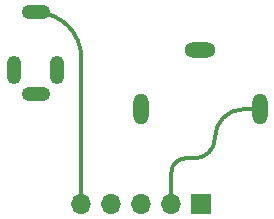
<source format=gbl>
%TF.GenerationSoftware,KiCad,Pcbnew,6.0.4-6f826c9f35~116~ubuntu18.04.1*%
%TF.CreationDate,2023-11-26T11:12:56-05:00*%
%TF.ProjectId,SH101_IO,53483130-315f-4494-9f2e-6b696361645f,rev?*%
%TF.SameCoordinates,Original*%
%TF.FileFunction,Copper,L2,Bot*%
%TF.FilePolarity,Positive*%
%FSLAX46Y46*%
G04 Gerber Fmt 4.6, Leading zero omitted, Abs format (unit mm)*
G04 Created by KiCad (PCBNEW 6.0.4-6f826c9f35~116~ubuntu18.04.1) date 2023-11-26 11:12:56*
%MOMM*%
%LPD*%
G01*
G04 APERTURE LIST*
%TA.AperFunction,ComponentPad*%
%ADD10O,1.700000X1.700000*%
%TD*%
%TA.AperFunction,ComponentPad*%
%ADD11R,1.700000X1.700000*%
%TD*%
%TA.AperFunction,ComponentPad*%
%ADD12O,2.416000X1.208000*%
%TD*%
%TA.AperFunction,ComponentPad*%
%ADD13O,1.208000X2.416000*%
%TD*%
%TA.AperFunction,ComponentPad*%
%ADD14O,1.308000X2.616000*%
%TD*%
%TA.AperFunction,ComponentPad*%
%ADD15O,2.616000X1.308000*%
%TD*%
%TA.AperFunction,Conductor*%
%ADD16C,0.350000*%
%TD*%
G04 APERTURE END LIST*
D10*
%TO.P,J3,5,Pin_5*%
%TO.N,Net-(J2-PadS)*%
X60434250Y-17587500D03*
%TO.P,J3,4,Pin_4*%
%TO.N,Net-(J2-PadR)*%
X62974250Y-17587500D03*
%TO.P,J3,3,Pin_3*%
%TO.N,Net-(J2-PadT)*%
X65514250Y-17587500D03*
%TO.P,J3,2,Pin_2*%
%TO.N,Net-(J1-PadR)*%
X68054250Y-17587500D03*
D11*
%TO.P,J3,1,Pin_1*%
%TO.N,Net-(J1-PadT)*%
X70594250Y-17587500D03*
%TD*%
D12*
%TO.P,J2,R*%
%TO.N,Net-(J2-PadR)*%
X56553950Y-8287500D03*
%TO.P,J2,S*%
%TO.N,Net-(J2-PadS)*%
X56553950Y-1387500D03*
D13*
%TO.P,J2,T*%
%TO.N,Net-(J2-PadT)*%
X58403950Y-6287500D03*
X54703950Y-6287500D03*
%TD*%
D14*
%TO.P,J1,R*%
%TO.N,Net-(J1-PadR)*%
X75519250Y-9587500D03*
D15*
%TO.P,J1,S*%
%TO.N,unconnected-(J1-PadS)*%
X70519250Y-4587500D03*
D14*
%TO.P,J1,T*%
%TO.N,Net-(J1-PadT)*%
X65519250Y-9587500D03*
%TD*%
D16*
%TO.N,Net-(J1-PadR)*%
X71750000Y-12000000D02*
G75*
G02*
X74162500Y-9587500I2412500J0D01*
G01*
X75519250Y-9587500D02*
X74162500Y-9587500D01*
X68054300Y-14945750D02*
G75*
G02*
X69250000Y-13750000I1195700J50D01*
G01*
X70000000Y-13750000D02*
X69250000Y-13750000D01*
X70000000Y-13750000D02*
G75*
G03*
X71750000Y-12000000I0J1750000D01*
G01*
X68054250Y-14945750D02*
X68054250Y-17587500D01*
%TO.N,Net-(J2-PadS)*%
X60434250Y-17587500D02*
X60434250Y-5267800D01*
X56553950Y-1387500D02*
G75*
G02*
X60434250Y-5267800I0J-3880300D01*
G01*
%TD*%
M02*

</source>
